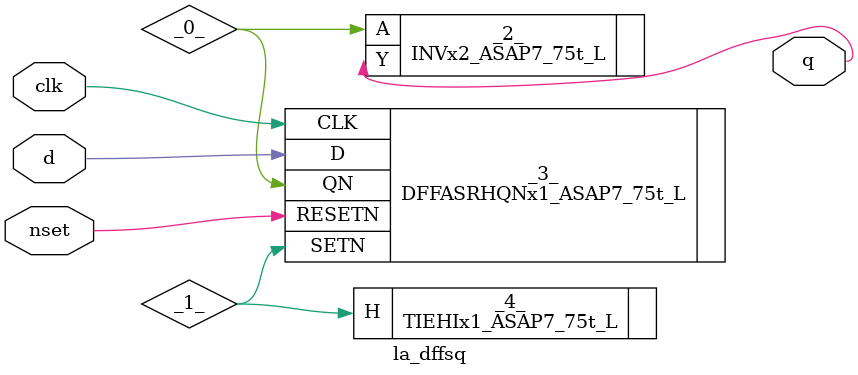
<source format=v>

/* Generated by Yosys 0.44 (git sha1 80ba43d26, g++ 11.4.0-1ubuntu1~22.04 -fPIC -O3) */

(* top =  1  *)
(* src = "generated" *)
(* keep_hierarchy *)
module la_dffsq (
    d,
    clk,
    nset,
    q
);
  wire _0_;
  wire _1_;
  (* src = "generated" *)
  input clk;
  wire clk;
  (* src = "generated" *)
  input d;
  wire d;
  (* src = "generated" *)
  input nset;
  wire nset;
  (* src = "generated" *)
  output q;
  wire q;
  INVx2_ASAP7_75t_L _2_ (
      .A(_0_),
      .Y(q)
  );
  (* src = "generated" *)
  DFFASRHQNx1_ASAP7_75t_L _3_ (
      .CLK(clk),
      .D(d),
      .QN(_0_),
      .RESETN(nset),
      .SETN(_1_)
  );
  TIEHIx1_ASAP7_75t_L _4_ (.H(_1_));
endmodule

</source>
